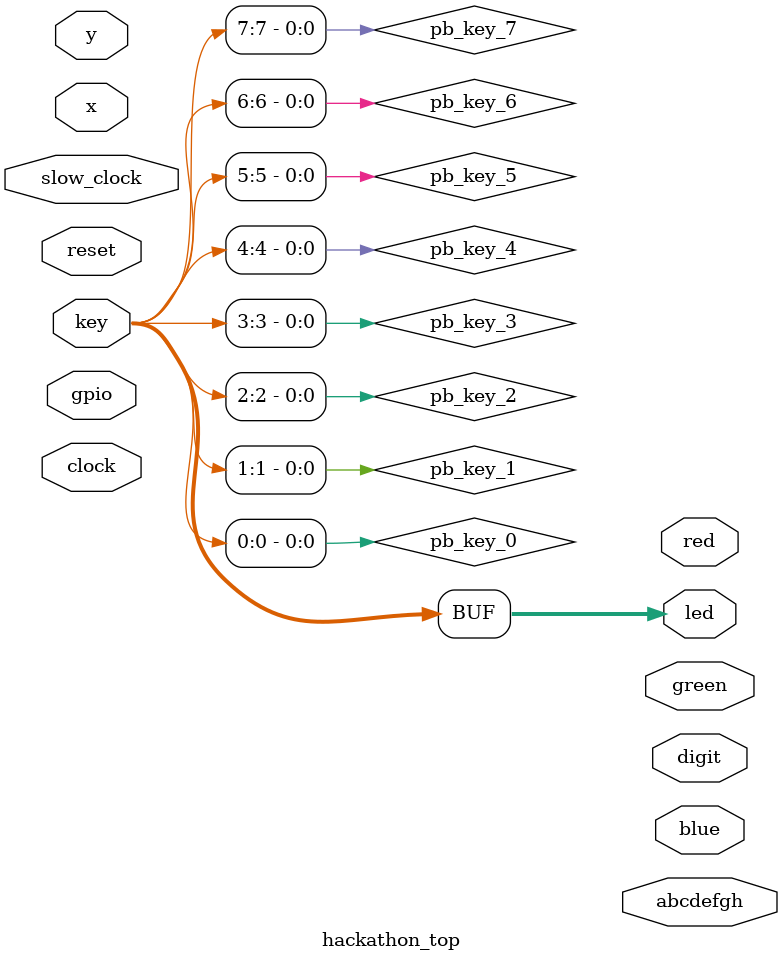
<source format=sv>

module hackathon_top
(
    input  logic       clock,
    input  logic       slow_clock,
    input  logic       reset,

    input  logic [7:0] key,
    output logic [7:0] led,

    // A dynamic seven-segment display

    output logic [7:0] abcdefgh,
    output logic [7:0] digit,

    // LCD screen interface

    input  logic [8:0] x,
    input  logic [8:0] y,

    output logic [4:0] red,
    output logic [5:0] green,
    output logic [4:0] blue,


    inout  logic [3:0] gpio
);

    //------------------------------------------------------------------------

    // Gates, wires and continuous assignments

    //assign led [0] = key [0];

    // Exercise 1: Change the code above.
    // Assign to led [0] the result of OR operation (|).

    wire pb_key_0 = key [0];  // Note a new construct - wire
    wire pb_key_1 = key [1];
    wire pb_key_2 = key [2];
    wire pb_key_3 = key [3];
    wire pb_key_4 = key [4];
    wire pb_key_5 = key [5];
    wire pb_key_6 = key [6];
    wire pb_key_7 = key [7];

    assign led [0] = pb_key_0;
    assign led [1] = pb_key_1;
    assign led [2] = pb_key_2;
    assign led [3] = pb_key_3;
    assign led [4] = pb_key_4;
    assign led [5] = pb_key_5;
    assign led [6] = pb_key_6;
    assign led [7] = pb_key_7;
  


endmodule

</source>
